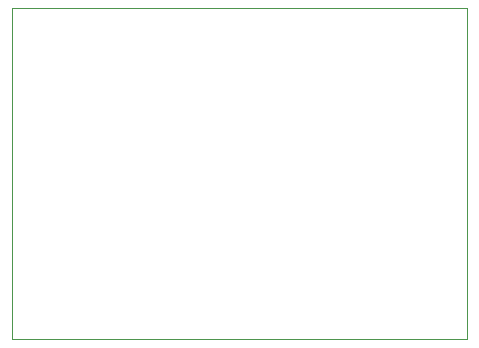
<source format=gbr>
%TF.GenerationSoftware,KiCad,Pcbnew,7.0.9*%
%TF.CreationDate,2024-01-12T22:07:47+01:00*%
%TF.ProjectId,board,626f6172-642e-46b6-9963-61645f706362,rev?*%
%TF.SameCoordinates,Original*%
%TF.FileFunction,Profile,NP*%
%FSLAX46Y46*%
G04 Gerber Fmt 4.6, Leading zero omitted, Abs format (unit mm)*
G04 Created by KiCad (PCBNEW 7.0.9) date 2024-01-12 22:07:47*
%MOMM*%
%LPD*%
G01*
G04 APERTURE LIST*
%TA.AperFunction,Profile*%
%ADD10C,0.100000*%
%TD*%
G04 APERTURE END LIST*
D10*
X98500000Y-94500000D02*
X137000000Y-94500000D01*
X137000000Y-122500000D01*
X98500000Y-122500000D01*
X98500000Y-94500000D01*
M02*

</source>
